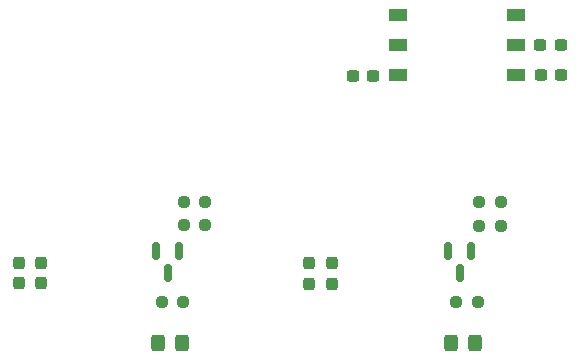
<source format=gtp>
G04 #@! TF.GenerationSoftware,KiCad,Pcbnew,8.0.0-rc1*
G04 #@! TF.CreationDate,2025-07-19T19:19:54+02:00*
G04 #@! TF.ProjectId,Pneumatic control unit system,506e6575-6d61-4746-9963-20636f6e7472,rev?*
G04 #@! TF.SameCoordinates,Original*
G04 #@! TF.FileFunction,Paste,Top*
G04 #@! TF.FilePolarity,Positive*
%FSLAX46Y46*%
G04 Gerber Fmt 4.6, Leading zero omitted, Abs format (unit mm)*
G04 Created by KiCad (PCBNEW 8.0.0-rc1) date 2025-07-19 19:19:54*
%MOMM*%
%LPD*%
G01*
G04 APERTURE LIST*
G04 Aperture macros list*
%AMRoundRect*
0 Rectangle with rounded corners*
0 $1 Rounding radius*
0 $2 $3 $4 $5 $6 $7 $8 $9 X,Y pos of 4 corners*
0 Add a 4 corners polygon primitive as box body*
4,1,4,$2,$3,$4,$5,$6,$7,$8,$9,$2,$3,0*
0 Add four circle primitives for the rounded corners*
1,1,$1+$1,$2,$3*
1,1,$1+$1,$4,$5*
1,1,$1+$1,$6,$7*
1,1,$1+$1,$8,$9*
0 Add four rect primitives between the rounded corners*
20,1,$1+$1,$2,$3,$4,$5,0*
20,1,$1+$1,$4,$5,$6,$7,0*
20,1,$1+$1,$6,$7,$8,$9,0*
20,1,$1+$1,$8,$9,$2,$3,0*%
G04 Aperture macros list end*
%ADD10RoundRect,0.237500X0.250000X0.237500X-0.250000X0.237500X-0.250000X-0.237500X0.250000X-0.237500X0*%
%ADD11RoundRect,0.275000X-0.525000X-0.275000X0.525000X-0.275000X0.525000X0.275000X-0.525000X0.275000X0*%
%ADD12RoundRect,0.237500X0.237500X-0.300000X0.237500X0.300000X-0.237500X0.300000X-0.237500X-0.300000X0*%
%ADD13RoundRect,0.150000X-0.150000X0.587500X-0.150000X-0.587500X0.150000X-0.587500X0.150000X0.587500X0*%
%ADD14RoundRect,0.250000X0.325000X0.450000X-0.325000X0.450000X-0.325000X-0.450000X0.325000X-0.450000X0*%
%ADD15RoundRect,0.237500X-0.300000X-0.237500X0.300000X-0.237500X0.300000X0.237500X-0.300000X0.237500X0*%
%ADD16RoundRect,0.237500X0.300000X0.237500X-0.300000X0.237500X-0.300000X-0.237500X0.300000X-0.237500X0*%
G04 APERTURE END LIST*
D10*
X65562500Y-48250000D03*
X63737500Y-48250000D03*
X67500000Y-39750000D03*
X65675000Y-39750000D03*
X67500000Y-41756250D03*
X65675000Y-41756250D03*
D11*
X58800000Y-23920000D03*
X58800000Y-26460000D03*
X58800000Y-29000000D03*
X68800000Y-29000000D03*
X68800000Y-26460000D03*
X68800000Y-23920000D03*
D10*
X40612500Y-48250000D03*
X38787500Y-48250000D03*
D12*
X26750000Y-46612500D03*
X26750000Y-44887500D03*
X51250000Y-46662500D03*
X51250000Y-44937500D03*
X53200000Y-46662500D03*
X53200000Y-44937500D03*
D13*
X40250000Y-43925000D03*
X38350000Y-43925000D03*
X39300000Y-45800000D03*
D12*
X28600000Y-46600000D03*
X28600000Y-44875000D03*
D10*
X42500000Y-41725000D03*
X40675000Y-41725000D03*
X42500000Y-39725000D03*
X40675000Y-39725000D03*
D14*
X65334360Y-51700000D03*
X63284360Y-51700000D03*
D15*
X70887500Y-28960000D03*
X72612500Y-28960000D03*
D13*
X64975000Y-43901250D03*
X63075000Y-43901250D03*
X64025000Y-45776250D03*
D16*
X56675000Y-29060000D03*
X54950000Y-29060000D03*
D15*
X70837500Y-26460000D03*
X72562500Y-26460000D03*
D14*
X40528750Y-51653140D03*
X38478750Y-51653140D03*
M02*

</source>
